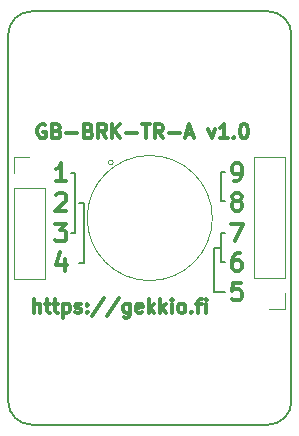
<source format=gbr>
G04 #@! TF.GenerationSoftware,KiCad,Pcbnew,5.1.6-c6e7f7d~86~ubuntu20.04.1*
G04 #@! TF.CreationDate,2020-05-17T16:01:39+03:00*
G04 #@! TF.ProjectId,GB-BRK-TR-A,47422d42-524b-42d5-9452-2d412e6b6963,v1.0*
G04 #@! TF.SameCoordinates,Original*
G04 #@! TF.FileFunction,Legend,Top*
G04 #@! TF.FilePolarity,Positive*
%FSLAX46Y46*%
G04 Gerber Fmt 4.6, Leading zero omitted, Abs format (unit mm)*
G04 Created by KiCad (PCBNEW 5.1.6-c6e7f7d~86~ubuntu20.04.1) date 2020-05-17 16:01:39*
%MOMM*%
%LPD*%
G01*
G04 APERTURE LIST*
G04 #@! TA.AperFunction,Profile*
%ADD10C,0.150000*%
G04 #@! TD*
%ADD11C,0.300000*%
%ADD12C,0.200000*%
%ADD13C,0.120000*%
G04 APERTURE END LIST*
D10*
X53000000Y-85000000D02*
G75*
G02*
X51000000Y-83000000I0J2000000D01*
G01*
X75000000Y-83000000D02*
G75*
G02*
X73000000Y-85000000I-2000000J0D01*
G01*
X73000000Y-50000000D02*
G75*
G02*
X75000000Y-52000000I0J-2000000D01*
G01*
X51000000Y-52000000D02*
G75*
G02*
X53000000Y-50000000I2000000J0D01*
G01*
D11*
X53214285Y-75542857D02*
X53214285Y-74342857D01*
X53728571Y-75542857D02*
X53728571Y-74914285D01*
X53671428Y-74800000D01*
X53557142Y-74742857D01*
X53385714Y-74742857D01*
X53271428Y-74800000D01*
X53214285Y-74857142D01*
X54128571Y-74742857D02*
X54585714Y-74742857D01*
X54300000Y-74342857D02*
X54300000Y-75371428D01*
X54357142Y-75485714D01*
X54471428Y-75542857D01*
X54585714Y-75542857D01*
X54814285Y-74742857D02*
X55271428Y-74742857D01*
X54985714Y-74342857D02*
X54985714Y-75371428D01*
X55042857Y-75485714D01*
X55157142Y-75542857D01*
X55271428Y-75542857D01*
X55671428Y-74742857D02*
X55671428Y-75942857D01*
X55671428Y-74800000D02*
X55785714Y-74742857D01*
X56014285Y-74742857D01*
X56128571Y-74800000D01*
X56185714Y-74857142D01*
X56242857Y-74971428D01*
X56242857Y-75314285D01*
X56185714Y-75428571D01*
X56128571Y-75485714D01*
X56014285Y-75542857D01*
X55785714Y-75542857D01*
X55671428Y-75485714D01*
X56700000Y-75485714D02*
X56814285Y-75542857D01*
X57042857Y-75542857D01*
X57157142Y-75485714D01*
X57214285Y-75371428D01*
X57214285Y-75314285D01*
X57157142Y-75200000D01*
X57042857Y-75142857D01*
X56871428Y-75142857D01*
X56757142Y-75085714D01*
X56700000Y-74971428D01*
X56700000Y-74914285D01*
X56757142Y-74800000D01*
X56871428Y-74742857D01*
X57042857Y-74742857D01*
X57157142Y-74800000D01*
X57728571Y-75428571D02*
X57785714Y-75485714D01*
X57728571Y-75542857D01*
X57671428Y-75485714D01*
X57728571Y-75428571D01*
X57728571Y-75542857D01*
X57728571Y-74800000D02*
X57785714Y-74857142D01*
X57728571Y-74914285D01*
X57671428Y-74857142D01*
X57728571Y-74800000D01*
X57728571Y-74914285D01*
X59157142Y-74285714D02*
X58128571Y-75828571D01*
X60414285Y-74285714D02*
X59385714Y-75828571D01*
X61328571Y-74742857D02*
X61328571Y-75714285D01*
X61271428Y-75828571D01*
X61214285Y-75885714D01*
X61100000Y-75942857D01*
X60928571Y-75942857D01*
X60814285Y-75885714D01*
X61328571Y-75485714D02*
X61214285Y-75542857D01*
X60985714Y-75542857D01*
X60871428Y-75485714D01*
X60814285Y-75428571D01*
X60757142Y-75314285D01*
X60757142Y-74971428D01*
X60814285Y-74857142D01*
X60871428Y-74800000D01*
X60985714Y-74742857D01*
X61214285Y-74742857D01*
X61328571Y-74800000D01*
X62357142Y-75485714D02*
X62242857Y-75542857D01*
X62014285Y-75542857D01*
X61900000Y-75485714D01*
X61842857Y-75371428D01*
X61842857Y-74914285D01*
X61900000Y-74800000D01*
X62014285Y-74742857D01*
X62242857Y-74742857D01*
X62357142Y-74800000D01*
X62414285Y-74914285D01*
X62414285Y-75028571D01*
X61842857Y-75142857D01*
X62928571Y-75542857D02*
X62928571Y-74342857D01*
X63042857Y-75085714D02*
X63385714Y-75542857D01*
X63385714Y-74742857D02*
X62928571Y-75200000D01*
X63900000Y-75542857D02*
X63900000Y-74342857D01*
X64014285Y-75085714D02*
X64357142Y-75542857D01*
X64357142Y-74742857D02*
X63900000Y-75200000D01*
X64871428Y-75542857D02*
X64871428Y-74742857D01*
X64871428Y-74342857D02*
X64814285Y-74400000D01*
X64871428Y-74457142D01*
X64928571Y-74400000D01*
X64871428Y-74342857D01*
X64871428Y-74457142D01*
X65614285Y-75542857D02*
X65500000Y-75485714D01*
X65442857Y-75428571D01*
X65385714Y-75314285D01*
X65385714Y-74971428D01*
X65442857Y-74857142D01*
X65500000Y-74800000D01*
X65614285Y-74742857D01*
X65785714Y-74742857D01*
X65900000Y-74800000D01*
X65957142Y-74857142D01*
X66014285Y-74971428D01*
X66014285Y-75314285D01*
X65957142Y-75428571D01*
X65900000Y-75485714D01*
X65785714Y-75542857D01*
X65614285Y-75542857D01*
X66528571Y-75428571D02*
X66585714Y-75485714D01*
X66528571Y-75542857D01*
X66471428Y-75485714D01*
X66528571Y-75428571D01*
X66528571Y-75542857D01*
X66928571Y-74742857D02*
X67385714Y-74742857D01*
X67099999Y-75542857D02*
X67099999Y-74514285D01*
X67157142Y-74400000D01*
X67271428Y-74342857D01*
X67385714Y-74342857D01*
X67785714Y-75542857D02*
X67785714Y-74742857D01*
X67785714Y-74342857D02*
X67728571Y-74400000D01*
X67785714Y-74457142D01*
X67842857Y-74400000D01*
X67785714Y-74342857D01*
X67785714Y-74457142D01*
X54171428Y-59600000D02*
X54057142Y-59542857D01*
X53885714Y-59542857D01*
X53714285Y-59600000D01*
X53600000Y-59714285D01*
X53542857Y-59828571D01*
X53485714Y-60057142D01*
X53485714Y-60228571D01*
X53542857Y-60457142D01*
X53600000Y-60571428D01*
X53714285Y-60685714D01*
X53885714Y-60742857D01*
X54000000Y-60742857D01*
X54171428Y-60685714D01*
X54228571Y-60628571D01*
X54228571Y-60228571D01*
X54000000Y-60228571D01*
X55142857Y-60114285D02*
X55314285Y-60171428D01*
X55371428Y-60228571D01*
X55428571Y-60342857D01*
X55428571Y-60514285D01*
X55371428Y-60628571D01*
X55314285Y-60685714D01*
X55200000Y-60742857D01*
X54742857Y-60742857D01*
X54742857Y-59542857D01*
X55142857Y-59542857D01*
X55257142Y-59600000D01*
X55314285Y-59657142D01*
X55371428Y-59771428D01*
X55371428Y-59885714D01*
X55314285Y-60000000D01*
X55257142Y-60057142D01*
X55142857Y-60114285D01*
X54742857Y-60114285D01*
X55942857Y-60285714D02*
X56857142Y-60285714D01*
X57828571Y-60114285D02*
X58000000Y-60171428D01*
X58057142Y-60228571D01*
X58114285Y-60342857D01*
X58114285Y-60514285D01*
X58057142Y-60628571D01*
X58000000Y-60685714D01*
X57885714Y-60742857D01*
X57428571Y-60742857D01*
X57428571Y-59542857D01*
X57828571Y-59542857D01*
X57942857Y-59600000D01*
X58000000Y-59657142D01*
X58057142Y-59771428D01*
X58057142Y-59885714D01*
X58000000Y-60000000D01*
X57942857Y-60057142D01*
X57828571Y-60114285D01*
X57428571Y-60114285D01*
X59314285Y-60742857D02*
X58914285Y-60171428D01*
X58628571Y-60742857D02*
X58628571Y-59542857D01*
X59085714Y-59542857D01*
X59200000Y-59600000D01*
X59257142Y-59657142D01*
X59314285Y-59771428D01*
X59314285Y-59942857D01*
X59257142Y-60057142D01*
X59200000Y-60114285D01*
X59085714Y-60171428D01*
X58628571Y-60171428D01*
X59828571Y-60742857D02*
X59828571Y-59542857D01*
X60514285Y-60742857D02*
X60000000Y-60057142D01*
X60514285Y-59542857D02*
X59828571Y-60228571D01*
X61028571Y-60285714D02*
X61942857Y-60285714D01*
X62342857Y-59542857D02*
X63028571Y-59542857D01*
X62685714Y-60742857D02*
X62685714Y-59542857D01*
X64114285Y-60742857D02*
X63714285Y-60171428D01*
X63428571Y-60742857D02*
X63428571Y-59542857D01*
X63885714Y-59542857D01*
X64000000Y-59600000D01*
X64057142Y-59657142D01*
X64114285Y-59771428D01*
X64114285Y-59942857D01*
X64057142Y-60057142D01*
X64000000Y-60114285D01*
X63885714Y-60171428D01*
X63428571Y-60171428D01*
X64628571Y-60285714D02*
X65542857Y-60285714D01*
X66057142Y-60400000D02*
X66628571Y-60400000D01*
X65942857Y-60742857D02*
X66342857Y-59542857D01*
X66742857Y-60742857D01*
X67942857Y-59942857D02*
X68228571Y-60742857D01*
X68514285Y-59942857D01*
X69600000Y-60742857D02*
X68914285Y-60742857D01*
X69257142Y-60742857D02*
X69257142Y-59542857D01*
X69142857Y-59714285D01*
X69028571Y-59828571D01*
X68914285Y-59885714D01*
X70114285Y-60628571D02*
X70171428Y-60685714D01*
X70114285Y-60742857D01*
X70057142Y-60685714D01*
X70114285Y-60628571D01*
X70114285Y-60742857D01*
X70914285Y-59542857D02*
X71028571Y-59542857D01*
X71142857Y-59600000D01*
X71200000Y-59657142D01*
X71257142Y-59771428D01*
X71314285Y-60000000D01*
X71314285Y-60285714D01*
X71257142Y-60514285D01*
X71200000Y-60628571D01*
X71142857Y-60685714D01*
X71028571Y-60742857D01*
X70914285Y-60742857D01*
X70800000Y-60685714D01*
X70742857Y-60628571D01*
X70685714Y-60514285D01*
X70628571Y-60285714D01*
X70628571Y-60000000D01*
X70685714Y-59771428D01*
X70742857Y-59657142D01*
X70800000Y-59600000D01*
X70914285Y-59542857D01*
D12*
X68400000Y-73800000D02*
X69400000Y-73800000D01*
X68400000Y-70000000D02*
X68400000Y-73800000D01*
X69000000Y-70000000D02*
X68400000Y-70000000D01*
X69000000Y-68800000D02*
X69000000Y-71200000D01*
X69000000Y-71200000D02*
X69400000Y-71200000D01*
X69000000Y-68800000D02*
X69400000Y-68800000D01*
X69000000Y-63600000D02*
X69000000Y-66100000D01*
X69000000Y-66100000D02*
X69400000Y-66100000D01*
X69000000Y-63600000D02*
X69400000Y-63600000D01*
X57000000Y-71300000D02*
X57400000Y-71300000D01*
X57400000Y-66200000D02*
X57400000Y-71300000D01*
X57400000Y-66200000D02*
X57000000Y-66200000D01*
X56700000Y-68800000D02*
X56300000Y-68800000D01*
X56700000Y-63700000D02*
X56700000Y-68800000D01*
X56300000Y-63700000D02*
X56700000Y-63700000D01*
D11*
X70105000Y-64378571D02*
X70390714Y-64378571D01*
X70533571Y-64307142D01*
X70605000Y-64235714D01*
X70747857Y-64021428D01*
X70819285Y-63735714D01*
X70819285Y-63164285D01*
X70747857Y-63021428D01*
X70676428Y-62950000D01*
X70533571Y-62878571D01*
X70247857Y-62878571D01*
X70105000Y-62950000D01*
X70033571Y-63021428D01*
X69962142Y-63164285D01*
X69962142Y-63521428D01*
X70033571Y-63664285D01*
X70105000Y-63735714D01*
X70247857Y-63807142D01*
X70533571Y-63807142D01*
X70676428Y-63735714D01*
X70747857Y-63664285D01*
X70819285Y-63521428D01*
X70247857Y-66021428D02*
X70105000Y-65950000D01*
X70033571Y-65878571D01*
X69962142Y-65735714D01*
X69962142Y-65664285D01*
X70033571Y-65521428D01*
X70105000Y-65450000D01*
X70247857Y-65378571D01*
X70533571Y-65378571D01*
X70676428Y-65450000D01*
X70747857Y-65521428D01*
X70819285Y-65664285D01*
X70819285Y-65735714D01*
X70747857Y-65878571D01*
X70676428Y-65950000D01*
X70533571Y-66021428D01*
X70247857Y-66021428D01*
X70105000Y-66092857D01*
X70033571Y-66164285D01*
X69962142Y-66307142D01*
X69962142Y-66592857D01*
X70033571Y-66735714D01*
X70105000Y-66807142D01*
X70247857Y-66878571D01*
X70533571Y-66878571D01*
X70676428Y-66807142D01*
X70747857Y-66735714D01*
X70819285Y-66592857D01*
X70819285Y-66307142D01*
X70747857Y-66164285D01*
X70676428Y-66092857D01*
X70533571Y-66021428D01*
X69890714Y-67978571D02*
X70890714Y-67978571D01*
X70247857Y-69478571D01*
X70676428Y-70478571D02*
X70390714Y-70478571D01*
X70247857Y-70550000D01*
X70176428Y-70621428D01*
X70033571Y-70835714D01*
X69962142Y-71121428D01*
X69962142Y-71692857D01*
X70033571Y-71835714D01*
X70105000Y-71907142D01*
X70247857Y-71978571D01*
X70533571Y-71978571D01*
X70676428Y-71907142D01*
X70747857Y-71835714D01*
X70819285Y-71692857D01*
X70819285Y-71335714D01*
X70747857Y-71192857D01*
X70676428Y-71121428D01*
X70533571Y-71050000D01*
X70247857Y-71050000D01*
X70105000Y-71121428D01*
X70033571Y-71192857D01*
X69962142Y-71335714D01*
X70747857Y-72978571D02*
X70033571Y-72978571D01*
X69962142Y-73692857D01*
X70033571Y-73621428D01*
X70176428Y-73550000D01*
X70533571Y-73550000D01*
X70676428Y-73621428D01*
X70747857Y-73692857D01*
X70819285Y-73835714D01*
X70819285Y-74192857D01*
X70747857Y-74335714D01*
X70676428Y-74407142D01*
X70533571Y-74478571D01*
X70176428Y-74478571D01*
X70033571Y-74407142D01*
X69962142Y-74335714D01*
X55795000Y-70978571D02*
X55795000Y-71978571D01*
X55437857Y-70407142D02*
X55080714Y-71478571D01*
X56009285Y-71478571D01*
X55009285Y-67978571D02*
X55937857Y-67978571D01*
X55437857Y-68550000D01*
X55652142Y-68550000D01*
X55795000Y-68621428D01*
X55866428Y-68692857D01*
X55937857Y-68835714D01*
X55937857Y-69192857D01*
X55866428Y-69335714D01*
X55795000Y-69407142D01*
X55652142Y-69478571D01*
X55223571Y-69478571D01*
X55080714Y-69407142D01*
X55009285Y-69335714D01*
X55080714Y-65521428D02*
X55152142Y-65450000D01*
X55295000Y-65378571D01*
X55652142Y-65378571D01*
X55795000Y-65450000D01*
X55866428Y-65521428D01*
X55937857Y-65664285D01*
X55937857Y-65807142D01*
X55866428Y-66021428D01*
X55009285Y-66878571D01*
X55937857Y-66878571D01*
X55937857Y-64378571D02*
X55080714Y-64378571D01*
X55509285Y-64378571D02*
X55509285Y-62878571D01*
X55366428Y-63092857D01*
X55223571Y-63235714D01*
X55080714Y-63307142D01*
D10*
X51000000Y-83000000D02*
X51000000Y-52000000D01*
X73000000Y-85000000D02*
X53000000Y-85000000D01*
X75000000Y-52000000D02*
X75000000Y-83000000D01*
X53000000Y-50000000D02*
X73000000Y-50000000D01*
D13*
X51470000Y-72640000D02*
X54130000Y-72640000D01*
X51470000Y-64960000D02*
X51470000Y-72640000D01*
X54130000Y-64960000D02*
X54130000Y-72640000D01*
X51470000Y-64960000D02*
X54130000Y-64960000D01*
X51470000Y-63690000D02*
X51470000Y-62360000D01*
X51470000Y-62360000D02*
X52800000Y-62360000D01*
X74450000Y-62360000D02*
X71790000Y-62360000D01*
X74450000Y-72580000D02*
X74450000Y-62360000D01*
X71790000Y-72580000D02*
X71790000Y-62360000D01*
X74450000Y-72580000D02*
X71790000Y-72580000D01*
X74450000Y-73850000D02*
X74450000Y-75180000D01*
X74450000Y-75180000D02*
X73120000Y-75180000D01*
X68300000Y-67500000D02*
G75*
G03*
X68300000Y-67500000I-5300000J0D01*
G01*
X59900000Y-62800000D02*
G75*
G03*
X59900000Y-62800000I-200000J0D01*
G01*
M02*

</source>
